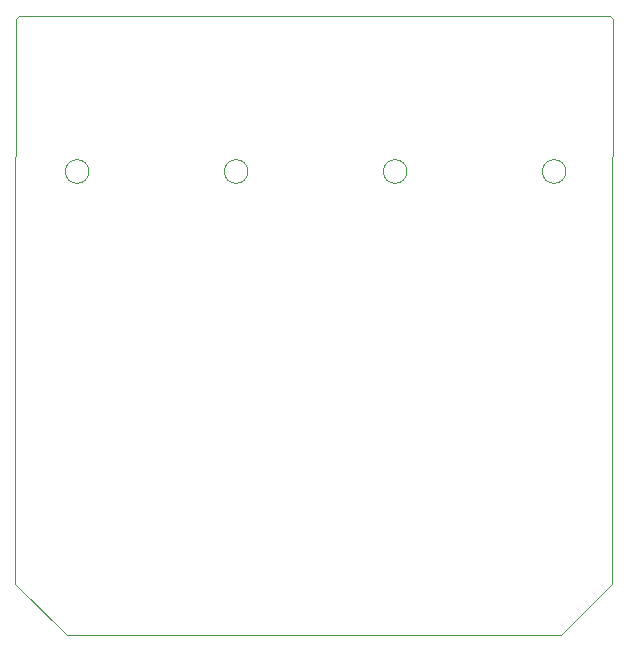
<source format=gbr>
%TF.GenerationSoftware,KiCad,Pcbnew,8.0.7*%
%TF.CreationDate,2025-01-02T16:49:33-06:00*%
%TF.ProjectId,z88-flash-mod,7a38382d-666c-4617-9368-2d6d6f642e6b,rev?*%
%TF.SameCoordinates,Original*%
%TF.FileFunction,Profile,NP*%
%FSLAX46Y46*%
G04 Gerber Fmt 4.6, Leading zero omitted, Abs format (unit mm)*
G04 Created by KiCad (PCBNEW 8.0.7) date 2025-01-02 16:49:33*
%MOMM*%
%LPD*%
G01*
G04 APERTURE LIST*
%TA.AperFunction,Profile*%
%ADD10C,0.050000*%
%TD*%
G04 APERTURE END LIST*
D10*
X166211000Y-86741000D02*
X166243000Y-63246000D01*
X148828000Y-76200000D02*
G75*
G02*
X146828000Y-76200000I-1000000J0D01*
G01*
X146828000Y-76200000D02*
G75*
G02*
X148828000Y-76200000I1000000J0D01*
G01*
X115665000Y-111141000D02*
X115665000Y-86741000D01*
X115697000Y-63246000D02*
X115951000Y-62992000D01*
X135366000Y-76200000D02*
G75*
G02*
X133366000Y-76200000I-1000000J0D01*
G01*
X133366000Y-76200000D02*
G75*
G02*
X135366000Y-76200000I1000000J0D01*
G01*
X121904000Y-76200000D02*
G75*
G02*
X119904000Y-76200000I-1000000J0D01*
G01*
X119904000Y-76200000D02*
G75*
G02*
X121904000Y-76200000I1000000J0D01*
G01*
X120015000Y-115459000D02*
X115665000Y-111141000D01*
X166211000Y-111141000D02*
X161893000Y-115459000D01*
X161893000Y-115459000D02*
X120015000Y-115459000D01*
X165989000Y-62992000D02*
X166243000Y-63246000D01*
X162290000Y-76200000D02*
G75*
G02*
X160290000Y-76200000I-1000000J0D01*
G01*
X160290000Y-76200000D02*
G75*
G02*
X162290000Y-76200000I1000000J0D01*
G01*
X115951000Y-62992000D02*
X165989000Y-62992000D01*
X166211000Y-86741000D02*
X166211000Y-111141000D01*
X115665000Y-86741000D02*
X115697000Y-63246000D01*
M02*

</source>
